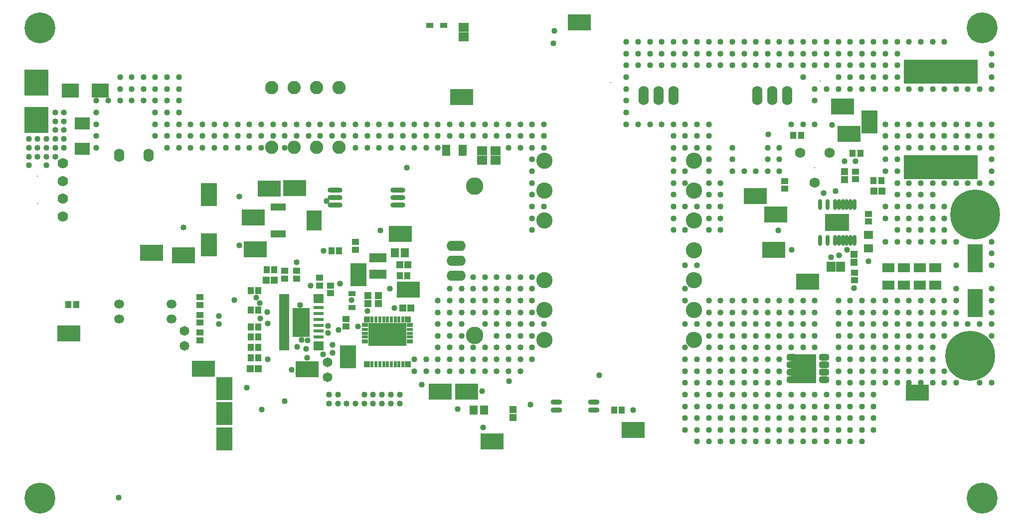
<source format=gts>
G04*
G04 #@! TF.GenerationSoftware,Altium Limited,Altium Designer,19.0.15 (446)*
G04*
G04 Layer_Color=8388736*
%FSLAX25Y25*%
%MOIN*%
G70*
G01*
G75*
%ADD20O,0.02772X0.07299*%
%ADD21R,0.16197X0.11787*%
%ADD22R,0.16000X0.17693*%
%ADD23R,0.49504X0.16059*%
%ADD24R,0.06512X0.06118*%
%ADD25R,0.05724X0.07496*%
%ADD26R,0.15761X0.10642*%
%ADD27R,0.10000X0.08000*%
%ADD28R,0.17142X0.19347*%
G04:AMPARAMS|DCode=29|XSize=43.47mil|YSize=67.09mil|CornerRadius=13.37mil|HoleSize=0mil|Usage=FLASHONLY|Rotation=90.000|XOffset=0mil|YOffset=0mil|HoleType=Round|Shape=RoundedRectangle|*
%AMROUNDEDRECTD29*
21,1,0.04347,0.04035,0,0,90.0*
21,1,0.01673,0.06709,0,0,90.0*
1,1,0.02673,0.02018,0.00837*
1,1,0.02673,0.02018,-0.00837*
1,1,0.02673,-0.02018,-0.00837*
1,1,0.02673,-0.02018,0.00837*
%
%ADD29ROUNDEDRECTD29*%
%ADD30R,0.10642X0.15761*%
%ADD31R,0.04347X0.04740*%
%ADD32C,0.33284*%
%ADD33O,0.09858X0.03559*%
%ADD34R,0.03937X0.03150*%
%ADD35R,0.25197X0.15551*%
%ADD36R,0.03937X0.03937*%
%ADD37R,0.02362X0.03937*%
%ADD38R,0.03937X0.02362*%
%ADD39R,0.04740X0.04347*%
%ADD40R,0.04543X0.04937*%
%ADD41R,0.10055X0.18913*%
%ADD42R,0.06118X0.06512*%
%ADD43R,0.04937X0.04543*%
%ADD44R,0.06118X0.05331*%
%ADD45O,0.07693X0.03362*%
%ADD46R,0.05528X0.06315*%
%ADD47R,0.11630X0.09661*%
%ADD48R,0.10252X0.13795*%
%ADD49R,0.10252X0.04937*%
%ADD50R,0.11630X0.19701*%
%ADD51R,0.06709X0.02181*%
%ADD52R,0.05118X0.03740*%
%ADD53O,0.06906X0.05724*%
%ADD54R,0.11630X0.06118*%
%ADD55R,0.08087X0.06118*%
%ADD56R,0.04937X0.03559*%
%ADD57C,0.06906*%
%ADD58C,0.01000*%
%ADD59C,0.08874*%
%ADD60C,0.11630*%
%ADD61O,0.12811X0.06906*%
%ADD62C,0.07000*%
%ADD63C,0.06512*%
%ADD64C,0.00787*%
%ADD65O,0.06906X0.08874*%
%ADD66O,0.06906X0.12811*%
%ADD67C,0.10843*%
%ADD68C,0.03362*%
%ADD69C,0.04000*%
%ADD70C,0.04724*%
%ADD71C,0.20685*%
D20*
X541240Y192323D02*
D03*
X546358D02*
D03*
X551476D02*
D03*
X554035D02*
D03*
X556595D02*
D03*
X559154D02*
D03*
X561713D02*
D03*
X564272D02*
D03*
X541240Y216339D02*
D03*
X546358D02*
D03*
X551476D02*
D03*
X554035D02*
D03*
X556595D02*
D03*
X559154D02*
D03*
X561713D02*
D03*
X564272D02*
D03*
D21*
X552756Y204331D02*
D03*
D22*
X17362Y298110D02*
D03*
Y272992D02*
D03*
D23*
X622047Y305207D02*
D03*
Y241250D02*
D03*
D24*
X324410Y252150D02*
D03*
Y245850D02*
D03*
X315354Y252362D02*
D03*
Y246063D02*
D03*
X303150Y335039D02*
D03*
Y328740D02*
D03*
D25*
X302362Y252756D02*
D03*
X291339D02*
D03*
D26*
X322100Y57600D02*
D03*
X606299Y90158D02*
D03*
X304905Y91112D02*
D03*
X287402D02*
D03*
X416535Y65354D02*
D03*
X198425Y105799D02*
D03*
X94488Y183875D02*
D03*
X266119Y159327D02*
D03*
X380315Y338189D02*
D03*
X560630Y263779D02*
D03*
X556402Y281786D02*
D03*
X533071Y164567D02*
D03*
X510236Y185827D02*
D03*
X511614Y209473D02*
D03*
X38976Y130102D02*
D03*
X497914Y222047D02*
D03*
X163551Y186221D02*
D03*
X190157Y227165D02*
D03*
X173195Y227090D02*
D03*
X162392Y207470D02*
D03*
X115748Y182283D02*
D03*
X129045Y106299D02*
D03*
X301575Y288189D02*
D03*
X260630Y196457D02*
D03*
D27*
X47893Y270776D02*
D03*
Y253634D02*
D03*
D28*
X530315Y106299D02*
D03*
D29*
X543898Y98799D02*
D03*
Y103799D02*
D03*
Y108799D02*
D03*
Y113799D02*
D03*
X522244D02*
D03*
Y108799D02*
D03*
Y103799D02*
D03*
Y98799D02*
D03*
D30*
X142913Y92913D02*
D03*
Y76152D02*
D03*
Y59390D02*
D03*
X225590Y114400D02*
D03*
X232654Y169224D02*
D03*
X574409Y271654D02*
D03*
X132677Y189311D02*
D03*
Y222835D02*
D03*
D31*
X568307Y250590D02*
D03*
X563189D02*
D03*
X582259Y232300D02*
D03*
X577141D02*
D03*
X523425Y262598D02*
D03*
X528543D02*
D03*
X176476Y172758D02*
D03*
X171358D02*
D03*
X219713Y185433D02*
D03*
X214595D02*
D03*
X160630Y158498D02*
D03*
X165748D02*
D03*
X160630Y145669D02*
D03*
X165748D02*
D03*
X160630Y134252D02*
D03*
X165748D02*
D03*
X160630Y127756D02*
D03*
X165748D02*
D03*
X160630Y120653D02*
D03*
X165748D02*
D03*
X160630Y113549D02*
D03*
X165748D02*
D03*
X43898Y149213D02*
D03*
X38780D02*
D03*
X265396Y168701D02*
D03*
X260278D02*
D03*
X408858Y78740D02*
D03*
X403740D02*
D03*
D32*
X641732Y114862D02*
D03*
X644882Y209473D02*
D03*
D33*
X217154Y225791D02*
D03*
Y220791D02*
D03*
Y215791D02*
D03*
X258886Y225791D02*
D03*
Y220791D02*
D03*
Y215791D02*
D03*
D34*
X237142Y135614D02*
D03*
X267063Y124591D02*
D03*
Y135614D02*
D03*
X237142Y124591D02*
D03*
D35*
X252102Y129118D02*
D03*
D36*
X238520Y109433D02*
D03*
X265685D02*
D03*
X238520Y139354D02*
D03*
X265685D02*
D03*
D37*
X241866Y109433D02*
D03*
X244425D02*
D03*
X246984D02*
D03*
X249543D02*
D03*
X252102D02*
D03*
X254661D02*
D03*
X257221D02*
D03*
X259780D02*
D03*
X262339D02*
D03*
X241866Y139354D02*
D03*
X262339D02*
D03*
X259780D02*
D03*
X257221D02*
D03*
X254661D02*
D03*
X252102D02*
D03*
X249543D02*
D03*
X246984D02*
D03*
X244425D02*
D03*
D38*
X267063Y132661D02*
D03*
Y130102D02*
D03*
Y127543D02*
D03*
X237142Y132661D02*
D03*
Y130102D02*
D03*
Y127543D02*
D03*
D39*
X214173Y162008D02*
D03*
Y156890D02*
D03*
X564896Y233268D02*
D03*
Y238386D02*
D03*
X564295Y170669D02*
D03*
Y165551D02*
D03*
X573622Y210039D02*
D03*
Y204921D02*
D03*
X517717Y231989D02*
D03*
Y226871D02*
D03*
X191339Y166732D02*
D03*
Y171850D02*
D03*
X183465Y166732D02*
D03*
Y171850D02*
D03*
X224410Y134621D02*
D03*
Y139739D02*
D03*
X230709Y191142D02*
D03*
Y186024D02*
D03*
X126575Y149024D02*
D03*
Y154142D02*
D03*
Y142331D02*
D03*
Y137213D02*
D03*
Y130520D02*
D03*
Y125402D02*
D03*
X206791Y162037D02*
D03*
Y167155D02*
D03*
D40*
X577264Y225197D02*
D03*
X582579D02*
D03*
X176263Y165655D02*
D03*
X170948D02*
D03*
X160531Y106446D02*
D03*
X165847D02*
D03*
X267841Y146850D02*
D03*
X262526D02*
D03*
X260335Y175984D02*
D03*
X265650D02*
D03*
D41*
X644882Y150394D02*
D03*
Y180315D02*
D03*
D42*
X548819Y174728D02*
D03*
X555118D02*
D03*
D43*
X564190Y177674D02*
D03*
Y182989D02*
D03*
X557792Y232819D02*
D03*
Y238134D02*
D03*
X336000Y73743D02*
D03*
Y79058D02*
D03*
X238960Y155315D02*
D03*
Y150000D02*
D03*
X246063D02*
D03*
Y155315D02*
D03*
D44*
X573622Y186811D02*
D03*
Y195866D02*
D03*
D45*
X365141Y83783D02*
D03*
Y78782D02*
D03*
X389944Y83783D02*
D03*
Y78782D02*
D03*
D46*
X316540D02*
D03*
X309650D02*
D03*
X256907Y183875D02*
D03*
X263796D02*
D03*
D47*
X39961Y292458D02*
D03*
X60039D02*
D03*
D48*
X202964Y205512D02*
D03*
D49*
X179145Y196457D02*
D03*
Y214567D02*
D03*
D50*
X194488Y137402D02*
D03*
D51*
X205906Y155118D02*
D03*
Y153150D02*
D03*
Y151181D02*
D03*
Y147244D02*
D03*
Y143307D02*
D03*
Y139370D02*
D03*
Y135433D02*
D03*
Y131496D02*
D03*
Y127559D02*
D03*
Y123622D02*
D03*
Y121653D02*
D03*
Y119685D02*
D03*
X183071D02*
D03*
Y121653D02*
D03*
Y123622D02*
D03*
Y125591D02*
D03*
Y127559D02*
D03*
Y129527D02*
D03*
Y131496D02*
D03*
Y133465D02*
D03*
Y135433D02*
D03*
Y137402D02*
D03*
Y139370D02*
D03*
Y141339D02*
D03*
Y143307D02*
D03*
Y145276D02*
D03*
Y147244D02*
D03*
Y149213D02*
D03*
Y151181D02*
D03*
Y153150D02*
D03*
Y155118D02*
D03*
D52*
X228248Y156693D02*
D03*
Y147244D02*
D03*
D53*
X72638Y139553D02*
D03*
Y149554D02*
D03*
X107677D02*
D03*
Y139553D02*
D03*
D54*
X245669Y169685D02*
D03*
Y180709D02*
D03*
D55*
X587008Y162401D02*
D03*
Y173819D02*
D03*
X597458Y162402D02*
D03*
Y173819D02*
D03*
X607907Y162402D02*
D03*
Y173819D02*
D03*
X618357Y162402D02*
D03*
Y173819D02*
D03*
D56*
X289567Y336299D02*
D03*
X280512D02*
D03*
D57*
X537795Y231102D02*
D03*
X527953Y250787D02*
D03*
X547638D02*
D03*
D58*
X537795Y240945D02*
D03*
X18032Y235354D02*
D03*
Y216850D02*
D03*
X541212Y298836D02*
D03*
X401212Y297836D02*
D03*
D59*
X219764Y294724D02*
D03*
Y254724D02*
D03*
X189764Y294724D02*
D03*
X204764D02*
D03*
Y254724D02*
D03*
X189764D02*
D03*
X174764Y294724D02*
D03*
Y254724D02*
D03*
D60*
X310434Y128582D02*
D03*
Y228582D02*
D03*
D61*
X298031Y168583D02*
D03*
Y178583D02*
D03*
Y188583D02*
D03*
D62*
X35039Y243819D02*
D03*
Y232008D02*
D03*
Y220197D02*
D03*
Y208386D02*
D03*
D63*
X116535Y121653D02*
D03*
Y131653D02*
D03*
X212158Y100630D02*
D03*
Y110630D02*
D03*
D64*
X240941Y129118D02*
D03*
X245075Y122819D02*
D03*
Y125969D02*
D03*
Y129118D02*
D03*
Y132268D02*
D03*
Y135417D02*
D03*
X249760D02*
D03*
Y132268D02*
D03*
Y129118D02*
D03*
Y125969D02*
D03*
Y122819D02*
D03*
X254445D02*
D03*
Y125969D02*
D03*
Y129118D02*
D03*
Y132268D02*
D03*
Y135417D02*
D03*
X259130D02*
D03*
Y132268D02*
D03*
Y129118D02*
D03*
Y125969D02*
D03*
Y122819D02*
D03*
X263264Y129118D02*
D03*
D65*
X92520Y249134D02*
D03*
X72835D02*
D03*
D66*
X519213Y289270D02*
D03*
X509213D02*
D03*
X499213D02*
D03*
X423213D02*
D03*
X433213D02*
D03*
X443213D02*
D03*
D67*
X457054Y245655D02*
D03*
Y225655D02*
D03*
Y205655D02*
D03*
Y185654D02*
D03*
Y165655D02*
D03*
Y145654D02*
D03*
Y125654D02*
D03*
X357054D02*
D03*
Y145654D02*
D03*
Y165655D02*
D03*
Y205655D02*
D03*
Y225655D02*
D03*
Y245655D02*
D03*
D68*
X548425Y202165D02*
D03*
Y206496D02*
D03*
X552756Y202165D02*
D03*
Y206496D02*
D03*
X557087Y202165D02*
D03*
Y206496D02*
D03*
D69*
X393857Y101969D02*
D03*
X347638Y82169D02*
D03*
X356693Y136221D02*
D03*
X348819Y167717D02*
D03*
Y159843D02*
D03*
Y151969D02*
D03*
Y144095D02*
D03*
Y136221D02*
D03*
Y128347D02*
D03*
Y120473D02*
D03*
Y112599D02*
D03*
X340945Y167717D02*
D03*
Y159843D02*
D03*
Y151969D02*
D03*
Y144095D02*
D03*
Y136221D02*
D03*
Y128347D02*
D03*
Y120473D02*
D03*
Y112599D02*
D03*
Y104725D02*
D03*
X333071Y167717D02*
D03*
Y159843D02*
D03*
Y151969D02*
D03*
Y144095D02*
D03*
Y136221D02*
D03*
Y128347D02*
D03*
Y120473D02*
D03*
Y112599D02*
D03*
Y104725D02*
D03*
X325197Y167717D02*
D03*
Y159843D02*
D03*
Y151969D02*
D03*
Y144095D02*
D03*
Y136221D02*
D03*
Y128347D02*
D03*
Y120473D02*
D03*
Y112599D02*
D03*
Y104725D02*
D03*
X317323Y167717D02*
D03*
Y159843D02*
D03*
Y151969D02*
D03*
Y144095D02*
D03*
Y136221D02*
D03*
Y120473D02*
D03*
Y112599D02*
D03*
Y104725D02*
D03*
X309449Y167717D02*
D03*
Y159843D02*
D03*
Y151969D02*
D03*
Y144095D02*
D03*
Y120473D02*
D03*
Y112599D02*
D03*
Y104725D02*
D03*
X301575Y159843D02*
D03*
Y151969D02*
D03*
Y144095D02*
D03*
Y136221D02*
D03*
Y128347D02*
D03*
Y120473D02*
D03*
Y112599D02*
D03*
Y104725D02*
D03*
X293701Y159843D02*
D03*
Y151969D02*
D03*
Y144095D02*
D03*
Y136221D02*
D03*
Y128347D02*
D03*
Y120473D02*
D03*
Y112599D02*
D03*
Y104725D02*
D03*
X285827Y151969D02*
D03*
Y144095D02*
D03*
Y136221D02*
D03*
Y128347D02*
D03*
Y120473D02*
D03*
Y112599D02*
D03*
Y104725D02*
D03*
X277953Y112599D02*
D03*
Y104725D02*
D03*
X270079Y112599D02*
D03*
Y104725D02*
D03*
X315500Y91200D02*
D03*
X72500Y19900D02*
D03*
X553544Y112599D02*
D03*
X548610Y180917D02*
D03*
X191732Y120866D02*
D03*
X149606Y152362D02*
D03*
X537796Y285827D02*
D03*
X545670Y317323D02*
D03*
X537796D02*
D03*
X443307Y309449D02*
D03*
Y317323D02*
D03*
X419685Y309449D02*
D03*
X427559D02*
D03*
X498425D02*
D03*
Y317323D02*
D03*
X514174Y309449D02*
D03*
X522048D02*
D03*
Y317323D02*
D03*
X529922Y270079D02*
D03*
X227952Y152150D02*
D03*
X256693Y146850D02*
D03*
X198425Y113779D02*
D03*
X115748Y200787D02*
D03*
X153150Y221654D02*
D03*
X198819Y125197D02*
D03*
X215354Y122441D02*
D03*
Y116929D02*
D03*
X275197Y95669D02*
D03*
X549213Y269685D02*
D03*
X522244Y185827D02*
D03*
X543701Y224016D02*
D03*
X513386Y198819D02*
D03*
X253543Y159843D02*
D03*
X247244Y198819D02*
D03*
X211417Y218503D02*
D03*
X167891Y79035D02*
D03*
X188189Y105512D02*
D03*
X157874Y93701D02*
D03*
X171925Y112721D02*
D03*
X153150Y189064D02*
D03*
X166929Y139901D02*
D03*
X209449Y185433D02*
D03*
X191339Y177551D02*
D03*
X220472Y163386D02*
D03*
X232284Y134646D02*
D03*
X219291Y132283D02*
D03*
X172047Y136614D02*
D03*
X171801Y144301D02*
D03*
X166732Y150394D02*
D03*
X238583Y144882D02*
D03*
X561418Y112599D02*
D03*
X553544Y120473D02*
D03*
X561418D02*
D03*
X537796Y151969D02*
D03*
X553544Y144095D02*
D03*
X537796D02*
D03*
X529922D02*
D03*
X522048Y151969D02*
D03*
Y144095D02*
D03*
X529922Y151969D02*
D03*
X553544D02*
D03*
X608662Y128347D02*
D03*
Y104725D02*
D03*
X600788Y144095D02*
D03*
X624410Y128347D02*
D03*
X608662Y112599D02*
D03*
X561418Y128347D02*
D03*
X569292Y81103D02*
D03*
X592914Y128347D02*
D03*
X648032Y136221D02*
D03*
X592914Y112599D02*
D03*
X608662Y151969D02*
D03*
X569292Y73228D02*
D03*
X585040Y96851D02*
D03*
X592914Y104725D02*
D03*
X553544Y136221D02*
D03*
X561418Y57480D02*
D03*
X577166Y81103D02*
D03*
X655906Y144095D02*
D03*
X585040Y104725D02*
D03*
X553544Y65354D02*
D03*
Y73228D02*
D03*
X577166Y112599D02*
D03*
X585040Y144095D02*
D03*
X655906Y136221D02*
D03*
X577166D02*
D03*
X553544Y81103D02*
D03*
X569292Y57480D02*
D03*
X545670Y88977D02*
D03*
X498425Y238583D02*
D03*
X600788Y120473D02*
D03*
X577166Y65354D02*
D03*
X624410Y144095D02*
D03*
X561418Y96851D02*
D03*
X506299Y246457D02*
D03*
X585040Y136221D02*
D03*
X600788Y151969D02*
D03*
X553544Y104725D02*
D03*
X624410D02*
D03*
X616536Y120473D02*
D03*
X569292Y88977D02*
D03*
X616536Y128347D02*
D03*
X482678Y254331D02*
D03*
X561418Y136221D02*
D03*
X608662Y120473D02*
D03*
X592914D02*
D03*
X577166Y144095D02*
D03*
X482678Y246457D02*
D03*
X592914Y151969D02*
D03*
X616536Y104725D02*
D03*
X577166Y151969D02*
D03*
X655906Y128347D02*
D03*
X553544Y57480D02*
D03*
X577166Y120473D02*
D03*
X616536Y112599D02*
D03*
X569292D02*
D03*
X600788Y128347D02*
D03*
X608662Y136221D02*
D03*
X624410D02*
D03*
X506299Y238583D02*
D03*
X600788Y96851D02*
D03*
X569292Y120473D02*
D03*
X553544Y96851D02*
D03*
X655906D02*
D03*
X553544Y128347D02*
D03*
X545670Y57480D02*
D03*
X632284Y144095D02*
D03*
X514174Y238583D02*
D03*
X640158Y136221D02*
D03*
X561418Y65354D02*
D03*
X545670Y81103D02*
D03*
X569292Y144095D02*
D03*
X655906Y151969D02*
D03*
X569292Y136221D02*
D03*
X577166Y128347D02*
D03*
X545670Y65354D02*
D03*
X592914Y144095D02*
D03*
X585040Y128347D02*
D03*
X624410Y151969D02*
D03*
X561418Y81103D02*
D03*
X514174Y254331D02*
D03*
X569292Y65354D02*
D03*
X561418Y88977D02*
D03*
X585040Y151969D02*
D03*
X592914Y96851D02*
D03*
X616536Y144095D02*
D03*
X608662Y96851D02*
D03*
X569292D02*
D03*
X577166Y73228D02*
D03*
X561418Y144095D02*
D03*
X600788Y112599D02*
D03*
X490552Y238583D02*
D03*
X632284Y96851D02*
D03*
X616536D02*
D03*
X632284Y159843D02*
D03*
X514174Y246457D02*
D03*
X561418Y104725D02*
D03*
X553544Y88977D02*
D03*
X624410Y96851D02*
D03*
X585040Y112599D02*
D03*
X632284Y151969D02*
D03*
X648032Y96851D02*
D03*
X585040Y120473D02*
D03*
X592914Y136221D02*
D03*
X561418Y73228D02*
D03*
X616536Y151969D02*
D03*
X577166Y88977D02*
D03*
Y104725D02*
D03*
X655906Y159843D02*
D03*
X545670Y73228D02*
D03*
X569292Y104725D02*
D03*
X600788D02*
D03*
X569292Y128347D02*
D03*
X577166Y96851D02*
D03*
X600788Y136221D02*
D03*
X482678Y238583D02*
D03*
X616536Y136221D02*
D03*
X506299Y254331D02*
D03*
X569292Y151969D02*
D03*
X632284Y136221D02*
D03*
X561418Y151969D02*
D03*
X608662Y144095D02*
D03*
X35827Y277953D02*
D03*
Y272047D02*
D03*
Y266142D02*
D03*
Y260236D02*
D03*
Y254331D02*
D03*
X29921Y277953D02*
D03*
Y272047D02*
D03*
Y266142D02*
D03*
Y260236D02*
D03*
Y254331D02*
D03*
Y248425D02*
D03*
X24016Y260236D02*
D03*
Y254331D02*
D03*
Y248425D02*
D03*
Y242520D02*
D03*
X18110Y260236D02*
D03*
Y254331D02*
D03*
Y248425D02*
D03*
X12205Y260236D02*
D03*
Y254331D02*
D03*
Y248425D02*
D03*
Y242520D02*
D03*
X260236Y88976D02*
D03*
Y83071D02*
D03*
X254331Y88976D02*
D03*
Y83071D02*
D03*
X248425Y88976D02*
D03*
Y83071D02*
D03*
X242520Y88976D02*
D03*
Y83071D02*
D03*
X236614Y88976D02*
D03*
Y83071D02*
D03*
X230709D02*
D03*
X224803D02*
D03*
X218898Y88976D02*
D03*
Y83071D02*
D03*
X212992Y88976D02*
D03*
Y83071D02*
D03*
X356693Y270079D02*
D03*
Y262205D02*
D03*
Y254331D02*
D03*
Y214961D02*
D03*
X348819Y270079D02*
D03*
Y262205D02*
D03*
Y254331D02*
D03*
Y246457D02*
D03*
Y238583D02*
D03*
Y230709D02*
D03*
Y222835D02*
D03*
Y214961D02*
D03*
Y207087D02*
D03*
Y199213D02*
D03*
X340945Y270079D02*
D03*
Y262205D02*
D03*
Y254331D02*
D03*
X333071Y270079D02*
D03*
Y262205D02*
D03*
Y254331D02*
D03*
X325197Y270079D02*
D03*
Y262205D02*
D03*
X317323Y270079D02*
D03*
Y262205D02*
D03*
X309449Y270079D02*
D03*
Y262205D02*
D03*
X301575Y270079D02*
D03*
Y262205D02*
D03*
X293701Y270079D02*
D03*
Y262205D02*
D03*
X285827Y270079D02*
D03*
Y262205D02*
D03*
Y254331D02*
D03*
X277953Y270079D02*
D03*
Y262205D02*
D03*
Y254331D02*
D03*
X270079Y270079D02*
D03*
Y262205D02*
D03*
Y254331D02*
D03*
X262205Y270079D02*
D03*
Y262205D02*
D03*
Y254331D02*
D03*
X254331Y270079D02*
D03*
Y262205D02*
D03*
Y254331D02*
D03*
X246457Y270079D02*
D03*
Y262205D02*
D03*
Y254331D02*
D03*
X238583Y270079D02*
D03*
Y262205D02*
D03*
Y254331D02*
D03*
X230709Y270079D02*
D03*
Y262205D02*
D03*
Y254331D02*
D03*
X222835Y270079D02*
D03*
Y262205D02*
D03*
X214961Y270079D02*
D03*
Y262205D02*
D03*
X207087Y270079D02*
D03*
Y262205D02*
D03*
X199213Y270079D02*
D03*
Y262205D02*
D03*
X191339Y270079D02*
D03*
Y262205D02*
D03*
X183465Y270079D02*
D03*
Y262205D02*
D03*
Y254331D02*
D03*
X175591Y270079D02*
D03*
Y262205D02*
D03*
X167717Y270079D02*
D03*
Y262205D02*
D03*
Y254331D02*
D03*
X159843Y270079D02*
D03*
Y262205D02*
D03*
Y254331D02*
D03*
X151969Y270079D02*
D03*
Y262205D02*
D03*
Y254331D02*
D03*
X144095Y270079D02*
D03*
Y262205D02*
D03*
Y254331D02*
D03*
X136221Y270079D02*
D03*
Y262205D02*
D03*
Y254331D02*
D03*
X128347Y270079D02*
D03*
Y262205D02*
D03*
Y254331D02*
D03*
X120473Y270079D02*
D03*
Y262205D02*
D03*
Y254331D02*
D03*
X112599Y301575D02*
D03*
Y293701D02*
D03*
Y285827D02*
D03*
Y277953D02*
D03*
Y270079D02*
D03*
Y262205D02*
D03*
Y254331D02*
D03*
X104725Y301575D02*
D03*
Y293701D02*
D03*
Y285827D02*
D03*
Y277953D02*
D03*
Y270079D02*
D03*
Y262205D02*
D03*
Y254331D02*
D03*
X96851Y301575D02*
D03*
Y293701D02*
D03*
Y285827D02*
D03*
Y277953D02*
D03*
Y270079D02*
D03*
Y262205D02*
D03*
X88977Y301575D02*
D03*
Y293701D02*
D03*
Y285827D02*
D03*
X81103Y301575D02*
D03*
Y293701D02*
D03*
Y285827D02*
D03*
X73228Y301575D02*
D03*
Y293701D02*
D03*
Y285827D02*
D03*
X65354D02*
D03*
X57480D02*
D03*
Y277953D02*
D03*
Y270079D02*
D03*
Y262205D02*
D03*
Y254331D02*
D03*
X655906Y270079D02*
D03*
Y262205D02*
D03*
Y254331D02*
D03*
Y246457D02*
D03*
Y238583D02*
D03*
Y230709D02*
D03*
Y191339D02*
D03*
Y183465D02*
D03*
Y175591D02*
D03*
X648032Y270079D02*
D03*
Y262205D02*
D03*
Y254331D02*
D03*
Y230709D02*
D03*
X640158Y270079D02*
D03*
Y262205D02*
D03*
Y254331D02*
D03*
Y230709D02*
D03*
X632284Y270079D02*
D03*
Y262205D02*
D03*
Y254331D02*
D03*
Y230709D02*
D03*
Y191339D02*
D03*
Y175591D02*
D03*
X624410Y270079D02*
D03*
Y262205D02*
D03*
Y254331D02*
D03*
Y230709D02*
D03*
Y214961D02*
D03*
Y207087D02*
D03*
Y199213D02*
D03*
Y191339D02*
D03*
X616536Y270079D02*
D03*
Y262205D02*
D03*
Y254331D02*
D03*
Y230709D02*
D03*
Y222835D02*
D03*
Y214961D02*
D03*
Y207087D02*
D03*
Y199213D02*
D03*
Y191339D02*
D03*
X608662Y270079D02*
D03*
Y262205D02*
D03*
Y254331D02*
D03*
Y230709D02*
D03*
Y222835D02*
D03*
Y214961D02*
D03*
Y207087D02*
D03*
Y199213D02*
D03*
Y191339D02*
D03*
X600788Y270079D02*
D03*
Y262205D02*
D03*
Y254331D02*
D03*
Y230709D02*
D03*
Y222835D02*
D03*
Y214961D02*
D03*
Y207087D02*
D03*
Y199213D02*
D03*
Y191339D02*
D03*
X592914Y270079D02*
D03*
Y262205D02*
D03*
Y254331D02*
D03*
Y246457D02*
D03*
Y238583D02*
D03*
Y230709D02*
D03*
Y222835D02*
D03*
Y214961D02*
D03*
Y207087D02*
D03*
Y199213D02*
D03*
Y191339D02*
D03*
X585040Y270079D02*
D03*
Y262205D02*
D03*
Y254331D02*
D03*
Y246457D02*
D03*
Y238583D02*
D03*
Y214961D02*
D03*
Y207087D02*
D03*
Y191339D02*
D03*
X655906Y317323D02*
D03*
Y309449D02*
D03*
Y301575D02*
D03*
Y293701D02*
D03*
X648032D02*
D03*
X640158D02*
D03*
X632284D02*
D03*
X624410Y325197D02*
D03*
Y293701D02*
D03*
X616536Y325197D02*
D03*
Y293701D02*
D03*
X608662Y325197D02*
D03*
Y293701D02*
D03*
X600788Y325197D02*
D03*
Y293701D02*
D03*
X592914Y325197D02*
D03*
Y317323D02*
D03*
Y309449D02*
D03*
Y301575D02*
D03*
Y293701D02*
D03*
X585040Y325197D02*
D03*
Y317323D02*
D03*
Y309449D02*
D03*
Y301575D02*
D03*
Y293701D02*
D03*
X577166Y325197D02*
D03*
Y317323D02*
D03*
Y309449D02*
D03*
Y301575D02*
D03*
Y293701D02*
D03*
X569292Y325197D02*
D03*
Y317323D02*
D03*
Y309449D02*
D03*
Y301575D02*
D03*
Y293701D02*
D03*
X561418Y325197D02*
D03*
Y317323D02*
D03*
Y309449D02*
D03*
Y301575D02*
D03*
Y293701D02*
D03*
X553544Y325197D02*
D03*
Y317323D02*
D03*
Y309449D02*
D03*
Y301575D02*
D03*
Y293701D02*
D03*
X545670Y325197D02*
D03*
Y309449D02*
D03*
Y293701D02*
D03*
X537796Y325197D02*
D03*
Y309449D02*
D03*
Y293701D02*
D03*
Y270079D02*
D03*
X529922Y325197D02*
D03*
Y317323D02*
D03*
Y309449D02*
D03*
Y301575D02*
D03*
X522048Y325197D02*
D03*
Y270079D02*
D03*
X514174Y325197D02*
D03*
Y317323D02*
D03*
X506299Y325197D02*
D03*
Y317323D02*
D03*
Y309449D02*
D03*
X498425Y325197D02*
D03*
X490552D02*
D03*
Y317323D02*
D03*
Y309449D02*
D03*
X482678Y325197D02*
D03*
Y317323D02*
D03*
Y309449D02*
D03*
X474803Y325197D02*
D03*
Y317323D02*
D03*
Y309449D02*
D03*
Y230709D02*
D03*
Y222835D02*
D03*
Y214961D02*
D03*
Y207087D02*
D03*
Y199213D02*
D03*
X466929Y325197D02*
D03*
Y317323D02*
D03*
Y309449D02*
D03*
Y270079D02*
D03*
Y262205D02*
D03*
Y254331D02*
D03*
Y246457D02*
D03*
Y238583D02*
D03*
Y230709D02*
D03*
Y222835D02*
D03*
Y214961D02*
D03*
Y207087D02*
D03*
Y199213D02*
D03*
X459055Y325197D02*
D03*
Y317323D02*
D03*
Y309449D02*
D03*
Y270079D02*
D03*
Y262205D02*
D03*
Y254331D02*
D03*
Y214961D02*
D03*
X451181Y325197D02*
D03*
Y317323D02*
D03*
Y309449D02*
D03*
Y270079D02*
D03*
Y262205D02*
D03*
Y254331D02*
D03*
Y238583D02*
D03*
Y230709D02*
D03*
Y214961D02*
D03*
Y199213D02*
D03*
X443307Y325197D02*
D03*
Y270079D02*
D03*
Y262205D02*
D03*
Y254331D02*
D03*
Y246457D02*
D03*
Y238583D02*
D03*
Y230709D02*
D03*
Y222835D02*
D03*
Y214961D02*
D03*
Y207087D02*
D03*
Y199213D02*
D03*
X435433Y325197D02*
D03*
Y317323D02*
D03*
Y309449D02*
D03*
Y270079D02*
D03*
X427559Y325197D02*
D03*
Y317323D02*
D03*
Y270079D02*
D03*
X419685Y325197D02*
D03*
Y317323D02*
D03*
Y270079D02*
D03*
X411811Y325197D02*
D03*
Y317323D02*
D03*
Y309449D02*
D03*
Y301575D02*
D03*
Y293701D02*
D03*
Y285827D02*
D03*
Y277953D02*
D03*
Y270079D02*
D03*
X537796Y136221D02*
D03*
Y128347D02*
D03*
Y120473D02*
D03*
Y88977D02*
D03*
Y81103D02*
D03*
Y73228D02*
D03*
Y65354D02*
D03*
Y57480D02*
D03*
X529922Y136221D02*
D03*
Y128347D02*
D03*
Y120473D02*
D03*
Y88977D02*
D03*
Y81103D02*
D03*
Y73228D02*
D03*
Y65354D02*
D03*
Y57480D02*
D03*
X522048Y136221D02*
D03*
Y128347D02*
D03*
Y120473D02*
D03*
Y88977D02*
D03*
Y81103D02*
D03*
Y73228D02*
D03*
Y65354D02*
D03*
Y57480D02*
D03*
X514174Y151969D02*
D03*
Y144095D02*
D03*
Y136221D02*
D03*
Y128347D02*
D03*
Y120473D02*
D03*
Y112599D02*
D03*
Y104725D02*
D03*
Y96851D02*
D03*
Y88977D02*
D03*
Y81103D02*
D03*
Y73228D02*
D03*
Y65354D02*
D03*
Y57480D02*
D03*
X506299Y151969D02*
D03*
Y144095D02*
D03*
Y136221D02*
D03*
Y128347D02*
D03*
Y120473D02*
D03*
Y112599D02*
D03*
Y104725D02*
D03*
Y96851D02*
D03*
Y88977D02*
D03*
Y81103D02*
D03*
Y73228D02*
D03*
Y65354D02*
D03*
Y57480D02*
D03*
X498425Y151969D02*
D03*
Y144095D02*
D03*
Y136221D02*
D03*
Y128347D02*
D03*
Y120473D02*
D03*
Y112599D02*
D03*
Y104725D02*
D03*
Y96851D02*
D03*
Y88977D02*
D03*
Y81103D02*
D03*
Y73228D02*
D03*
Y65354D02*
D03*
Y57480D02*
D03*
X490552Y151969D02*
D03*
Y144095D02*
D03*
Y136221D02*
D03*
Y128347D02*
D03*
Y120473D02*
D03*
Y112599D02*
D03*
Y104725D02*
D03*
Y96851D02*
D03*
Y88977D02*
D03*
Y81103D02*
D03*
Y73228D02*
D03*
Y65354D02*
D03*
Y57480D02*
D03*
X482678Y151969D02*
D03*
Y144095D02*
D03*
Y136221D02*
D03*
Y128347D02*
D03*
Y120473D02*
D03*
Y112599D02*
D03*
Y104725D02*
D03*
Y96851D02*
D03*
Y88977D02*
D03*
Y81103D02*
D03*
Y73228D02*
D03*
Y65354D02*
D03*
Y57480D02*
D03*
X474803Y151969D02*
D03*
Y144095D02*
D03*
Y136221D02*
D03*
Y128347D02*
D03*
Y120473D02*
D03*
Y112599D02*
D03*
Y104725D02*
D03*
Y96851D02*
D03*
Y88977D02*
D03*
Y81103D02*
D03*
Y73228D02*
D03*
Y65354D02*
D03*
Y57480D02*
D03*
X466929Y151969D02*
D03*
Y144095D02*
D03*
Y136221D02*
D03*
Y128347D02*
D03*
Y120473D02*
D03*
Y112599D02*
D03*
Y104725D02*
D03*
Y96851D02*
D03*
Y88977D02*
D03*
Y81103D02*
D03*
Y73228D02*
D03*
Y65354D02*
D03*
Y57480D02*
D03*
X459055Y175591D02*
D03*
Y136221D02*
D03*
Y112599D02*
D03*
Y104725D02*
D03*
Y96851D02*
D03*
Y88977D02*
D03*
Y81103D02*
D03*
Y73228D02*
D03*
Y65354D02*
D03*
Y57480D02*
D03*
X451181Y175591D02*
D03*
Y159843D02*
D03*
Y151969D02*
D03*
Y136221D02*
D03*
Y120473D02*
D03*
Y112599D02*
D03*
Y104725D02*
D03*
Y96851D02*
D03*
Y88977D02*
D03*
Y81103D02*
D03*
Y73228D02*
D03*
Y65354D02*
D03*
X506693Y263386D02*
D03*
X264961Y240945D02*
D03*
X209055Y115919D02*
D03*
X573622Y178209D02*
D03*
X564961Y245276D02*
D03*
X557792Y245179D02*
D03*
X139370Y141732D02*
D03*
Y136221D02*
D03*
X193700Y148819D02*
D03*
X194559Y125654D02*
D03*
X197637Y119685D02*
D03*
X200787Y161811D02*
D03*
X183465Y84646D02*
D03*
X333465Y98032D02*
D03*
X315971Y66929D02*
D03*
X362992Y324410D02*
D03*
X363779Y332677D02*
D03*
X564156Y160433D02*
D03*
X298922Y79176D02*
D03*
X416535Y78740D02*
D03*
X559449Y185827D02*
D03*
X554035Y182283D02*
D03*
X551575Y225197D02*
D03*
X164370Y153937D02*
D03*
X212205Y135039D02*
D03*
Y130315D02*
D03*
D70*
X641732Y114862D02*
D03*
X644882Y209473D02*
D03*
D71*
X19685Y334646D02*
D03*
X649606D02*
D03*
Y19685D02*
D03*
X19685D02*
D03*
M02*

</source>
